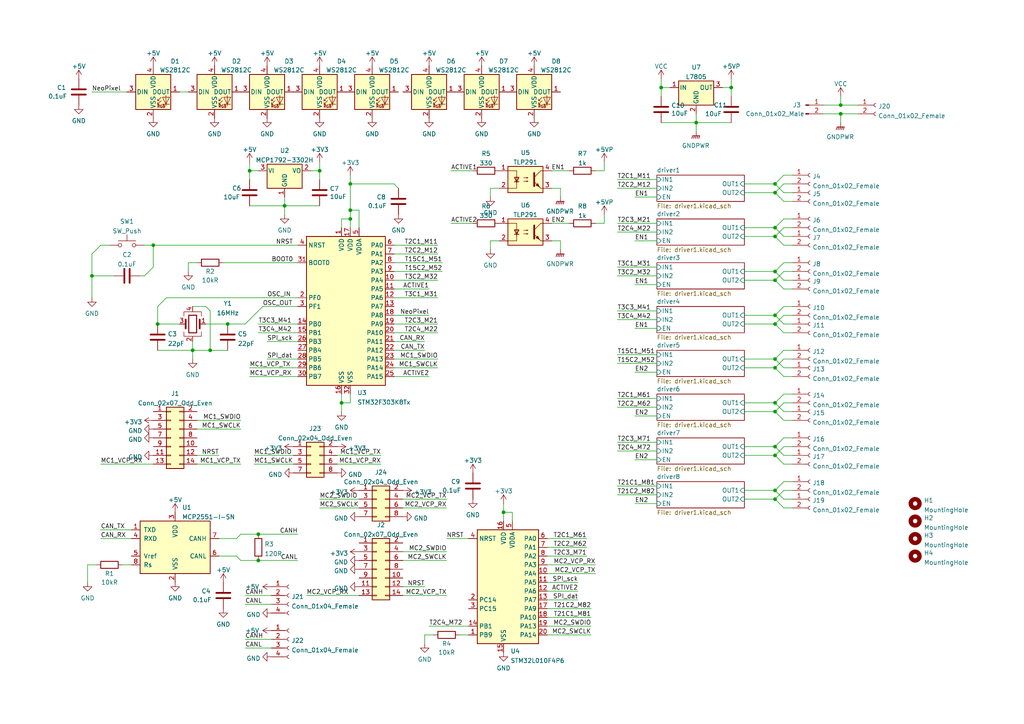
<source format=kicad_sch>
(kicad_sch (version 20211123) (generator eeschema)
  (paper "A4")
  (junction (at 101.6 60.96))
  (junction (at 224.79 104.14))
  (junction (at 224.79 106.68))
  (junction (at 82.55 59.69))
  (junction (at 101.6 63.5))
  (junction (at 224.79 119.38))
  (junction (at 45.72 93.98))
  (junction (at 224.79 91.44))
  (junction (at 60.96 101.6))
  (junction (at 224.79 78.74))
  (junction (at 74.93 162.56))
  (junction (at 243.84 30.48))
  (junction (at 92.71 49.53))
  (junction (at 191.77 25.4))
  (junction (at 44.45 71.12))
  (junction (at 101.6 53.34))
  (junction (at 224.79 144.78))
  (junction (at 201.93 35.56))
  (junction (at 66.04 93.98))
  (junction (at 224.79 53.34))
  (junction (at 212.09 25.4))
  (junction (at 224.79 66.04))
  (junction (at 26.67 80.01))
  (junction (at 99.06 116.84))
  (junction (at 224.79 116.84))
  (junction (at 224.79 68.58))
  (junction (at 74.93 154.94))
  (junction (at 55.88 101.6))
  (junction (at 72.39 49.53))
  (junction (at 224.79 55.88))
  (junction (at 224.79 93.98))
  (junction (at 224.79 142.24))
  (junction (at 146.05 148.59))
  (junction (at 224.79 129.54))
  (junction (at 243.84 33.02))
  (junction (at 224.79 132.08))
  (junction (at 224.79 81.28))
  (wire (pts (xy 227.33 76.2) (xy 224.79 78.74)))
  (wire (pts (xy 170.18 156.21) (xy 158.75 156.21)))
  (wire (pts (xy 229.87 109.22) (xy 227.33 109.22)))
  (wire (pts (xy 227.33 127) (xy 229.87 127)))
  (wire (pts (xy 227.33 116.84) (xy 224.79 119.38)))
  (wire (pts (xy 142.24 54.61) (xy 144.78 54.61)))
  (wire (pts (xy 101.6 53.34) (xy 101.6 60.96)))
  (wire (pts (xy 127 104.14) (xy 114.3 104.14)))
  (wire (pts (xy 124.46 91.44) (xy 114.3 91.44)))
  (wire (pts (xy 68.58 156.21) (xy 69.85 154.94)))
  (wire (pts (xy 55.88 88.9) (xy 59.69 88.9)))
  (wire (pts (xy 229.87 142.24) (xy 227.33 142.24)))
  (wire (pts (xy 167.64 171.45) (xy 158.75 171.45)))
  (wire (pts (xy 129.54 160.02) (xy 116.84 160.02)))
  (wire (pts (xy 243.84 35.56) (xy 243.84 33.02)))
  (wire (pts (xy 25.4 163.83) (xy 25.4 168.91)))
  (wire (pts (xy 72.39 109.22) (xy 86.36 109.22)))
  (wire (pts (xy 92.71 49.53) (xy 92.71 52.07)))
  (wire (pts (xy 227.33 96.52) (xy 224.79 93.98)))
  (wire (pts (xy 55.88 101.6) (xy 60.96 101.6)))
  (wire (pts (xy 101.6 50.8) (xy 101.6 53.34)))
  (wire (pts (xy 227.33 76.2) (xy 229.87 76.2)))
  (wire (pts (xy 74.93 93.98) (xy 86.36 93.98)))
  (wire (pts (xy 167.64 173.99) (xy 158.75 173.99)))
  (wire (pts (xy 162.56 69.85) (xy 160.02 69.85)))
  (wire (pts (xy 227.33 134.62) (xy 224.79 132.08)))
  (wire (pts (xy 201.93 35.56) (xy 201.93 38.1)))
  (wire (pts (xy 148.59 148.59) (xy 146.05 148.59)))
  (wire (pts (xy 63.5 161.29) (xy 68.58 161.29)))
  (wire (pts (xy 179.07 52.07) (xy 190.5 52.07)))
  (wire (pts (xy 101.6 53.34) (xy 114.3 53.34)))
  (wire (pts (xy 127 93.98) (xy 114.3 93.98)))
  (wire (pts (xy 101.6 60.96) (xy 104.14 60.96)))
  (wire (pts (xy 227.33 53.34) (xy 224.79 55.88)))
  (wire (pts (xy 229.87 83.82) (xy 227.33 83.82)))
  (wire (pts (xy 179.07 67.31) (xy 190.5 67.31)))
  (wire (pts (xy 128.27 76.2) (xy 114.3 76.2)))
  (wire (pts (xy 170.18 158.75) (xy 158.75 158.75)))
  (wire (pts (xy 227.33 101.6) (xy 229.87 101.6)))
  (wire (pts (xy 127 81.28) (xy 114.3 81.28)))
  (wire (pts (xy 162.56 57.15) (xy 162.56 54.61)))
  (wire (pts (xy 52.07 93.98) (xy 45.72 93.98)))
  (wire (pts (xy 41.91 71.12) (xy 44.45 71.12)))
  (wire (pts (xy 82.55 59.69) (xy 92.71 59.69)))
  (wire (pts (xy 227.33 114.3) (xy 224.79 116.84)))
  (wire (pts (xy 179.07 102.87) (xy 190.5 102.87)))
  (wire (pts (xy 229.87 68.58) (xy 227.33 68.58)))
  (wire (pts (xy 227.33 147.32) (xy 224.79 144.78)))
  (wire (pts (xy 92.71 147.32) (xy 104.14 147.32)))
  (wire (pts (xy 224.79 55.88) (xy 215.9 55.88)))
  (wire (pts (xy 229.87 71.12) (xy 227.33 71.12)))
  (wire (pts (xy 227.33 58.42) (xy 224.79 55.88)))
  (wire (pts (xy 31.75 71.12) (xy 29.21 71.12)))
  (wire (pts (xy 129.54 144.78) (xy 116.84 144.78)))
  (wire (pts (xy 162.56 54.61) (xy 160.02 54.61)))
  (wire (pts (xy 104.14 60.96) (xy 104.14 66.04)))
  (wire (pts (xy 33.02 80.01) (xy 26.67 80.01)))
  (wire (pts (xy 127 73.66) (xy 114.3 73.66)))
  (wire (pts (xy 86.36 88.9) (xy 76.2 88.9)))
  (wire (pts (xy 175.26 49.53) (xy 172.72 49.53)))
  (wire (pts (xy 212.09 22.86) (xy 212.09 25.4)))
  (wire (pts (xy 127 86.36) (xy 114.3 86.36)))
  (wire (pts (xy 60.96 101.6) (xy 66.04 101.6)))
  (wire (pts (xy 224.79 68.58) (xy 215.9 68.58)))
  (wire (pts (xy 69.85 134.62) (xy 57.15 134.62)))
  (wire (pts (xy 71.12 172.72) (xy 78.74 172.72)))
  (wire (pts (xy 227.33 121.92) (xy 224.79 119.38)))
  (wire (pts (xy 227.33 132.08) (xy 224.79 129.54)))
  (wire (pts (xy 59.69 88.9) (xy 60.96 90.17)))
  (wire (pts (xy 64.77 76.2) (xy 86.36 76.2)))
  (wire (pts (xy 71.12 93.98) (xy 76.2 88.9)))
  (wire (pts (xy 227.33 129.54) (xy 224.79 132.08)))
  (wire (pts (xy 227.33 127) (xy 224.79 129.54)))
  (wire (pts (xy 123.19 170.18) (xy 116.84 170.18)))
  (wire (pts (xy 224.79 104.14) (xy 215.9 104.14)))
  (wire (pts (xy 191.77 22.86) (xy 191.77 25.4)))
  (wire (pts (xy 88.9 172.72) (xy 104.14 172.72)))
  (wire (pts (xy 129.54 172.72) (xy 116.84 172.72)))
  (wire (pts (xy 73.66 134.62) (xy 85.09 134.62)))
  (wire (pts (xy 175.26 46.99) (xy 175.26 49.53)))
  (wire (pts (xy 224.79 129.54) (xy 215.9 129.54)))
  (wire (pts (xy 179.07 115.57) (xy 190.5 115.57)))
  (wire (pts (xy 194.31 25.4) (xy 191.77 25.4)))
  (wire (pts (xy 179.07 92.71) (xy 190.5 92.71)))
  (wire (pts (xy 74.93 49.53) (xy 72.39 49.53)))
  (wire (pts (xy 127 71.12) (xy 114.3 71.12)))
  (wire (pts (xy 179.07 64.77) (xy 190.5 64.77)))
  (wire (pts (xy 68.58 161.29) (xy 69.85 162.56)))
  (wire (pts (xy 45.72 88.9) (xy 45.72 93.98)))
  (wire (pts (xy 229.87 116.84) (xy 227.33 116.84)))
  (wire (pts (xy 229.87 66.04) (xy 227.33 66.04)))
  (wire (pts (xy 201.93 35.56) (xy 212.09 35.56)))
  (wire (pts (xy 184.15 107.95) (xy 190.5 107.95)))
  (wire (pts (xy 123.19 184.15) (xy 123.19 186.69)))
  (wire (pts (xy 55.88 99.06) (xy 55.88 101.6)))
  (wire (pts (xy 229.87 93.98) (xy 227.33 93.98)))
  (wire (pts (xy 172.72 166.37) (xy 158.75 166.37)))
  (wire (pts (xy 224.79 119.38) (xy 215.9 119.38)))
  (wire (pts (xy 175.26 62.23) (xy 175.26 64.77)))
  (wire (pts (xy 229.87 129.54) (xy 227.33 129.54)))
  (wire (pts (xy 110.49 132.08) (xy 97.79 132.08)))
  (wire (pts (xy 224.79 81.28) (xy 215.9 81.28)))
  (wire (pts (xy 227.33 139.7) (xy 224.79 142.24)))
  (wire (pts (xy 179.07 128.27) (xy 190.5 128.27)))
  (wire (pts (xy 229.87 91.44) (xy 227.33 91.44)))
  (wire (pts (xy 229.87 144.78) (xy 227.33 144.78)))
  (wire (pts (xy 54.61 76.2) (xy 54.61 78.74)))
  (wire (pts (xy 146.05 148.59) (xy 146.05 151.13)))
  (wire (pts (xy 71.12 187.96) (xy 78.74 187.96)))
  (wire (pts (xy 172.72 163.83) (xy 158.75 163.83)))
  (wire (pts (xy 129.54 162.56) (xy 116.84 162.56)))
  (wire (pts (xy 127 106.68) (xy 114.3 106.68)))
  (wire (pts (xy 130.81 64.77) (xy 137.16 64.77)))
  (wire (pts (xy 44.45 77.47) (xy 41.91 80.01)))
  (wire (pts (xy 99.06 116.84) (xy 101.6 116.84)))
  (wire (pts (xy 44.45 71.12) (xy 44.45 77.47)))
  (wire (pts (xy 69.85 121.92) (xy 57.15 121.92)))
  (wire (pts (xy 227.33 144.78) (xy 224.79 142.24)))
  (wire (pts (xy 224.79 106.68) (xy 215.9 106.68)))
  (wire (pts (xy 179.07 54.61) (xy 190.5 54.61)))
  (wire (pts (xy 229.87 121.92) (xy 227.33 121.92)))
  (wire (pts (xy 184.15 120.65) (xy 190.5 120.65)))
  (wire (pts (xy 224.79 53.34) (xy 215.9 53.34)))
  (wire (pts (xy 114.3 53.34) (xy 115.57 54.61)))
  (wire (pts (xy 148.59 151.13) (xy 148.59 148.59)))
  (wire (pts (xy 227.33 142.24) (xy 224.79 144.78)))
  (wire (pts (xy 170.18 161.29) (xy 158.75 161.29)))
  (wire (pts (xy 72.39 106.68) (xy 86.36 106.68)))
  (wire (pts (xy 229.87 134.62) (xy 227.33 134.62)))
  (wire (pts (xy 184.15 95.25) (xy 190.5 95.25)))
  (wire (pts (xy 184.15 146.05) (xy 190.5 146.05)))
  (wire (pts (xy 72.39 46.99) (xy 72.39 49.53)))
  (wire (pts (xy 229.87 132.08) (xy 227.33 132.08)))
  (wire (pts (xy 63.5 132.08) (xy 57.15 132.08)))
  (wire (pts (xy 227.33 109.22) (xy 224.79 106.68)))
  (wire (pts (xy 45.72 101.6) (xy 55.88 101.6)))
  (wire (pts (xy 227.33 106.68) (xy 224.79 104.14)))
  (wire (pts (xy 74.93 154.94) (xy 86.36 154.94)))
  (wire (pts (xy 101.6 116.84) (xy 101.6 114.3)))
  (wire (pts (xy 54.61 26.67) (xy 52.07 26.67)))
  (wire (pts (xy 224.79 142.24) (xy 215.9 142.24)))
  (wire (pts (xy 57.15 76.2) (xy 54.61 76.2)))
  (wire (pts (xy 29.21 156.21) (xy 38.1 156.21)))
  (wire (pts (xy 27.94 163.83) (xy 25.4 163.83)))
  (wire (pts (xy 179.07 80.01) (xy 190.5 80.01)))
  (wire (pts (xy 179.07 140.97) (xy 190.5 140.97)))
  (wire (pts (xy 29.21 134.62) (xy 44.45 134.62)))
  (wire (pts (xy 71.12 175.26) (xy 78.74 175.26)))
  (wire (pts (xy 59.69 93.98) (xy 66.04 93.98)))
  (wire (pts (xy 227.33 55.88) (xy 224.79 53.34)))
  (wire (pts (xy 44.45 71.12) (xy 86.36 71.12)))
  (wire (pts (xy 69.85 124.46) (xy 57.15 124.46)))
  (wire (pts (xy 229.87 119.38) (xy 227.33 119.38)))
  (wire (pts (xy 165.1 64.77) (xy 160.02 64.77)))
  (wire (pts (xy 72.39 59.69) (xy 82.55 59.69)))
  (wire (pts (xy 129.54 156.21) (xy 135.89 156.21)))
  (wire (pts (xy 227.33 88.9) (xy 229.87 88.9)))
  (wire (pts (xy 227.33 104.14) (xy 224.79 106.68)))
  (wire (pts (xy 243.84 33.02) (xy 248.92 33.02)))
  (wire (pts (xy 99.06 63.5) (xy 101.6 63.5)))
  (wire (pts (xy 26.67 80.01) (xy 26.67 86.36)))
  (wire (pts (xy 26.67 26.67) (xy 36.83 26.67)))
  (wire (pts (xy 38.1 163.83) (xy 35.56 163.83)))
  (wire (pts (xy 171.45 184.15) (xy 158.75 184.15)))
  (wire (pts (xy 224.79 132.08) (xy 215.9 132.08)))
  (wire (pts (xy 227.33 91.44) (xy 224.79 93.98)))
  (wire (pts (xy 82.55 59.69) (xy 82.55 62.23)))
  (wire (pts (xy 130.81 49.53) (xy 137.16 49.53)))
  (wire (pts (xy 179.07 105.41) (xy 190.5 105.41)))
  (wire (pts (xy 224.79 93.98) (xy 215.9 93.98)))
  (wire (pts (xy 129.54 147.32) (xy 116.84 147.32)))
  (wire (pts (xy 71.12 185.42) (xy 78.74 185.42)))
  (wire (pts (xy 229.87 81.28) (xy 227.33 81.28)))
  (wire (pts (xy 201.93 33.02) (xy 201.93 35.56)))
  (wire (pts (xy 74.93 162.56) (xy 86.36 162.56)))
  (wire (pts (xy 179.07 90.17) (xy 190.5 90.17)))
  (wire (pts (xy 127 96.52) (xy 114.3 96.52)))
  (wire (pts (xy 229.87 78.74) (xy 227.33 78.74)))
  (wire (pts (xy 184.15 57.15) (xy 190.5 57.15)))
  (wire (pts (xy 227.33 66.04) (xy 224.79 68.58)))
  (wire (pts (xy 184.15 82.55) (xy 190.5 82.55)))
  (wire (pts (xy 224.79 144.78) (xy 215.9 144.78)))
  (wire (pts (xy 60.96 90.17) (xy 60.96 101.6)))
  (wire (pts (xy 224.79 91.44) (xy 215.9 91.44)))
  (wire (pts (xy 179.07 143.51) (xy 190.5 143.51)))
  (wire (pts (xy 124.46 109.22) (xy 114.3 109.22)))
  (wire (pts (xy 123.19 101.6) (xy 114.3 101.6)))
  (wire (pts (xy 48.26 86.36) (xy 86.36 86.36)))
  (wire (pts (xy 77.47 104.14) (xy 86.36 104.14)))
  (wire (pts (xy 229.87 147.32) (xy 227.33 147.32)))
  (wire (pts (xy 179.07 77.47) (xy 190.5 77.47)))
  (wire (pts (xy 99.06 116.84) (xy 99.06 119.38)))
  (wire (pts (xy 146.05 146.05) (xy 146.05 148.59)))
  (wire (pts (xy 227.33 139.7) (xy 229.87 139.7)))
  (wire (pts (xy 101.6 63.5) (xy 101.6 66.04)))
  (wire (pts (xy 99.06 66.04) (xy 99.06 63.5)))
  (wire (pts (xy 229.87 104.14) (xy 227.33 104.14)))
  (wire (pts (xy 238.76 30.48) (xy 243.84 30.48)))
  (wire (pts (xy 227.33 114.3) (xy 229.87 114.3)))
  (wire (pts (xy 229.87 106.68) (xy 227.33 106.68)))
  (wire (pts (xy 123.19 99.06) (xy 114.3 99.06)))
  (wire (pts (xy 165.1 49.53) (xy 160.02 49.53)))
  (wire (pts (xy 29.21 71.12) (xy 26.67 73.66)))
  (wire (pts (xy 229.87 55.88) (xy 227.33 55.88)))
  (wire (pts (xy 229.87 53.34) (xy 227.33 53.34)))
  (wire (pts (xy 224.79 78.74) (xy 215.9 78.74)))
  (wire (pts (xy 69.85 154.94) (xy 74.93 154.94)))
  (wire (pts (xy 72.39 49.53) (xy 72.39 52.07)))
  (wire (pts (xy 48.26 86.36) (xy 45.72 88.9)))
  (wire (pts (xy 124.46 181.61) (xy 135.89 181.61)))
  (wire (pts (xy 175.26 64.77) (xy 172.72 64.77)))
  (wire (pts (xy 227.33 119.38) (xy 224.79 116.84)))
  (wire (pts (xy 191.77 35.56) (xy 201.93 35.56)))
  (wire (pts (xy 224.79 116.84) (xy 215.9 116.84)))
  (wire (pts (xy 125.73 184.15) (xy 123.19 184.15)))
  (wire (pts (xy 243.84 27.94) (xy 243.84 30.48)))
  (wire (pts (xy 171.45 181.61) (xy 158.75 181.61)))
  (wire (pts (xy 227.33 78.74) (xy 224.79 81.28)))
  (wire (pts (xy 238.76 33.02) (xy 243.84 33.02)))
  (wire (pts (xy 92.71 144.78) (xy 104.14 144.78)))
  (wire (pts (xy 179.07 130.81) (xy 190.5 130.81)))
  (wire (pts (xy 29.21 153.67) (xy 38.1 153.67)))
  (wire (pts (xy 92.71 46.99) (xy 92.71 49.53)))
  (wire (pts (xy 26.67 73.66) (xy 26.67 80.01)))
  (wire (pts (xy 227.33 93.98) (xy 224.79 91.44)))
  (wire (pts (xy 77.47 99.06) (xy 86.36 99.06)))
  (wire (pts (xy 69.85 162.56) (xy 74.93 162.56)))
  (wire (pts (xy 63.5 156.21) (xy 68.58 156.21)))
  (wire (pts (xy 55.88 101.6) (xy 55.88 104.14)))
  (wire (pts (xy 133.35 184.15) (xy 135.89 184.15)))
  (wire (pts (xy 184.15 133.35) (xy 190.5 133.35)))
  (wire (pts (xy 229.87 58.42) (xy 227.33 58.42)))
  (wire (pts (xy 227.33 83.82) (xy 224.79 81.28)))
  (wire (pts (xy 171.45 176.53) (xy 158.75 176.53)))
  (wire (pts (xy 162.56 72.39) (xy 162.56 69.85)))
  (wire (pts (xy 73.66 132.08) (xy 85.09 132.08)))
  (wire (pts (xy 229.87 96.52) (xy 227.33 96.52)))
  (wire (pts (xy 227.33 81.28) (xy 224.79 78.74)))
  (wire (pts (xy 41.91 80.01) (xy 40.64 80.01)))
  (wire (pts (xy 227.33 71.12) (xy 224.79 68.58)))
  (wire (pts (xy 142.24 72.39) (xy 142.24 69.85)))
  (wire (pts (xy 212.09 25.4) (xy 212.09 27.94)))
  (wire (pts (xy 101.6 60.96) (xy 101.6 63.5)))
  (wire (pts (xy 74.93 96.52) (xy 86.36 96.52)))
  (wire (pts (xy 191.77 25.4) (xy 191.77 27.94)))
  (wire (pts (xy 171.45 179.07) (xy 158.75 179.07)))
  (wire (pts (xy 212.09 25.4) (xy 209.55 25.4)))
  (wire (pts (xy 243.84 30.48) (xy 248.92 30.48)))
  (wire (pts (xy 227.33 88.9) (xy 224.79 91.44)))
  (wire (pts (xy 142.24 57.15) (xy 142.24 54.61)))
  (wire (pts (xy 82.55 57.15) (xy 82.55 59.69)))
  (wire (pts (xy 227.33 68.58) (xy 224.79 66.04)))
  (wire (pts (xy 142.24 69.85) (xy 144.78 69.85)))
  (wire (pts (xy 90.17 49.53) (xy 92.71 49.53)))
  (wire (pts (xy 128.27 78.74) (xy 114.3 78.74)))
  (wire (pts (xy 184.15 69.85) (xy 190.5 69.85)))
  (wire (pts (xy 224.79 66.04) (xy 215.9 66.04)))
  (wire (pts (xy 227.33 50.8) (xy 224.79 53.34)))
  (wire (pts (xy 227.33 63.5) (xy 224.79 66.04)))
  (wire (pts (xy 110.49 134.62) (xy 97.79 134.62)))
  (wire (pts (xy 227.33 50.8) (xy 229.87 50.8)))
  (wire (pts (xy 167.64 168.91) (xy 158.75 168.91)))
  (wire (pts (xy 71.12 93.98) (xy 66.04 93.98)))
  (wire (pts (xy 227.33 101.6) (xy 224.79 104.14)))
  (wire (pts (xy 124.46 83.82) (xy 114.3 83.82)))
  (wire (pts (xy 99.06 114.3) (xy 99.06 116.84)))
  (wire (pts (xy 179.07 118.11) (xy 190.5 118.11)))
  (wire (pts (xy 227.33 63.5) (xy 229.87 63.5)))
  (label "MC2_SWDIO" (at 129.54 160.02 180))
  (label "CANH" (at 71.12 185.42 0))
  (label "T2C4_M72" (at 124.46 181.61 0))
  (label "MC2_SWCLK" (at 171.45 184.15 180))
  (label "T2C2_M62" (at 170.18 158.75 180))
  (label "NRST" (at 63.5 132.08 180))
  (label "T15C1_M51" (at 179.07 102.87 0))
  (label "ACTIVE2" (at 124.46 109.22 180))
  (label "EN2" (at 163.83 64.77 180))
  (label "SPI_sck" (at 167.64 168.91 180))
  (label "EN1" (at 163.83 49.53 180))
  (label "T2C3_M71" (at 179.07 128.27 0))
  (label "T2C1_M61" (at 179.07 115.57 0))
  (label "SPI_sck" (at 77.47 99.06 0))
  (label "NRST" (at 123.19 170.18 180))
  (label "EN1" (at 184.15 57.15 0))
  (label "MC1_SWDIO" (at 69.85 121.92 180))
  (label "CANH" (at 71.12 172.72 0))
  (label "MC2_VCP_TX" (at 129.54 172.72 180))
  (label "EN2" (at 184.15 133.35 0))
  (label "NRST" (at 80.01 71.12 0))
  (label "ACTIVE2" (at 167.64 171.45 180))
  (label "CAN_RX" (at 123.19 99.06 180))
  (label "T21C1_M81" (at 179.07 140.97 0))
  (label "T2C2_M12" (at 179.07 54.61 0))
  (label "EN1" (at 184.15 95.25 0))
  (label "T3C4_M42" (at 74.93 96.52 0))
  (label "ACTIVE1" (at 130.81 49.53 0))
  (label "SPI_dat" (at 167.64 173.99 180))
  (label "ACTIVE2" (at 130.81 64.77 0))
  (label "T3C2_M32" (at 179.07 80.01 0))
  (label "T2C2_M62" (at 179.07 118.11 0))
  (label "T3C2_M32" (at 127 81.28 180))
  (label "T3C4_M42" (at 179.07 92.71 0))
  (label "NeoPixel" (at 124.46 91.44 180))
  (label "MC2_SWDIO" (at 171.45 181.61 180))
  (label "MC2_VCP_RX" (at 129.54 147.32 180))
  (label "NRST" (at 129.54 156.21 0))
  (label "MC1_VCP_TX" (at 69.85 134.62 180))
  (label "EN2" (at 184.15 146.05 0))
  (label "T3C3_M41" (at 179.07 90.17 0))
  (label "T21C2_M82" (at 179.07 143.51 0))
  (label "CANL" (at 86.36 162.56 180))
  (label "T2C3_M21" (at 179.07 64.77 0))
  (label "T2C2_M12" (at 127 73.66 180))
  (label "MC2_VCP_TX" (at 172.72 166.37 180))
  (label "MC2_SWCLK" (at 129.54 162.56 180))
  (label "EN1" (at 184.15 69.85 0))
  (label "MC2_SWDIO" (at 92.71 144.78 0))
  (label "MC2_VCP_RX" (at 88.9 172.72 0))
  (label "CANH" (at 86.36 154.94 180))
  (label "T3C1_M31" (at 179.07 77.47 0))
  (label "MC1_VCP_TX" (at 72.39 106.68 0))
  (label "MC1_SWCLK" (at 69.85 124.46 180))
  (label "EN1" (at 184.15 82.55 0))
  (label "ACTIVE1" (at 124.46 83.82 180))
  (label "MC1_SWCLK" (at 73.66 134.62 0))
  (label "MC2_VCP_TX" (at 129.54 144.78 180))
  (label "T21C2_M82" (at 171.45 176.53 180))
  (label "CANL" (at 71.12 187.96 0))
  (label "T2C4_M22" (at 179.07 67.31 0))
  (label "T21C1_M81" (at 171.45 179.07 180))
  (label "T2C1_M11" (at 179.07 52.07 0))
  (label "CAN_TX" (at 29.21 153.67 0))
  (label "T2C4_M22" (at 127 96.52 180))
  (label "MC2_SWCLK" (at 92.71 147.32 0))
  (label "T2C1_M11" (at 127 71.12 180))
  (label "CAN_RX" (at 29.21 156.21 0))
  (label "MC1_VCP_RX" (at 29.21 134.62 0))
  (label "T2C3_M21" (at 127 93.98 180))
  (label "T2C3_M71" (at 170.18 161.29 180))
  (label "OSC_IN" (at 77.47 86.36 0))
  (label "T15C2_M52" (at 128.27 78.74 180))
  (label "OSC_OUT" (at 76.2 88.9 0))
  (label "EN2" (at 184.15 107.95 0))
  (label "SPI_dat" (at 77.47 104.14 0))
  (label "BOOT0" (at 78.74 76.2 0))
  (label "MC2_VCP_RX" (at 172.72 163.83 180))
  (label "T15C2_M52" (at 179.07 105.41 0))
  (label "MC1_VCP_TX" (at 110.49 132.08 180))
  (label "MC1_SWCLK" (at 127 106.68 180))
  (label "EN2" (at 184.15 120.65 0))
  (label "CAN_TX" (at 123.19 101.6 180))
  (label "T3C1_M31" (at 127 86.36 180))
  (label "NeoPixel" (at 26.67 26.67 0))
  (label "T2C1_M61" (at 170.18 156.21 180))
  (label "T3C3_M41" (at 74.93 93.98 0))
  (label "MC1_SWDIO" (at 73.66 132.08 0))
  (label "MC1_VCP_RX" (at 72.39 109.22 0))
  (label "T2C4_M72" (at 179.07 130.81 0))
  (label "T15C1_M51" (at 128.27 76.2 180))
  (label "MC1_SWDIO" (at 127 104.14 180))
  (label "MC1_VCP_RX" (at 110.49 134.62 180))
  (label "CANL" (at 71.12 175.26 0))
  (symbol (lib_id "power:VCC") (at 191.77 22.86 0) (unit 1)
    (property "Reference" "#PWR052" (effects hide))
    (property "Value" "VCC" (at 191.77 19.2555 0))
  )
  (symbol (lib_id "power:+5V") (at 72.39 46.99 0) (unit 1)
    (property "Reference" "#PWR019" (effects hide))
    (property "Value" "+5V" (at 72.39 43.3855 0))
  )
  (symbol (lib_id "Connector:Conn_01x04_Female") (at 83.82 185.42 0) (unit 1)
    (property "Reference" "J22" (at 84.5312 185.7815 0) (effects (justify left)))
    (property "Value" "Conn_01x04_Female" (at 84.5312 188.5566 0) (effects (justify left)))
    (property "Footprint" "Connector_JST:JST_XA_S04B-XASK-1_1x04_P2.50mm_Horizontal" (effects hide))
  )
  (symbol (lib_id "Connector:Conn_01x02_Female") (at 254 30.48 0) (unit 1)
    (property "Reference" "J20" (at 254.7112 30.8415 0) (effects (justify left)))
    (property "Value" "Conn_01x02_Female" (at 254.7112 33.6166 0) (effects (justify left)))
    (property "Footprint" "Connector_T_connector:T_connecter_female_horizontal" (effects hide))
  )
  (symbol (lib_id "power:+3.3V") (at 104.14 142.24 90) (unit 1)
    (property "Reference" "#PWR0161" (effects hide))
    (property "Value" "+3.3V" (at 100.965 142.719 90) (effects (justify left)))
  )
  (symbol (lib_id "power:+5V") (at 107.95 19.05 0) (unit 1)
    (property "Reference" "#PWR032" (effects hide))
    (property "Value" "+5V" (at 107.95 15.4455 0))
  )
  (symbol (lib_id "LED_additional:WS2812C") (at 77.47 26.67 0) (unit 1)
    (property "Reference" "D3" (at 83.82 17.78 0))
    (property "Value" "WS2812C" (at 83.82 20.32 0))
    (property "Footprint" "LED_additional:LED_2020Metric_WS2812C_2.0x2.0mm_P1.0mm" (effects hide))
    (property "Datasheet" "https://cdn-shop.adafruit.com/datasheets/WS2812B.pdf" (effects hide))
  )
  (symbol (lib_id "Connector:Conn_01x02_Female") (at 234.95 76.2 0) (unit 1)
    (property "Reference" "J8" (at 235.6612 76.5615 0) (effects (justify left)))
    (property "Value" "Conn_01x02_Female" (at 235.6612 79.3366 0) (effects (justify left)))
    (property "Footprint" "Connector_T_connector:T_connecter_female_horizontal" (effects hide))
  )
  (symbol (lib_id "power:GND") (at 107.95 34.29 0) (unit 1)
    (property "Reference" "#PWR033" (effects hide))
    (property "Value" "GND" (at 107.95 38.8525 0))
  )
  (symbol (lib_id "Device:R") (at 168.91 64.77 90) (unit 1)
    (property "Reference" "R8" (at 168.91 59.7875 90))
    (property "Value" "1k" (at 168.91 62.5626 90))
    (property "Footprint" "Resistor_SMD:R_0603_1608Metric" (effects hide))
  )
  (symbol (lib_id "power:+3.3V") (at 104.14 160.02 90) (unit 1)
    (property "Reference" "#PWR028" (effects hide))
    (property "Value" "+3.3V" (at 100.965 160.499 90) (effects (justify left)))
  )
  (symbol (lib_id "power:GND") (at 99.06 119.38 0) (unit 1)
    (property "Reference" "#PWR026" (effects hide))
    (property "Value" "GND" (at 99.06 123.9425 0))
  )
  (symbol (lib_id "Mechanical:MountingHole") (at 265.43 156.21 0) (unit 1)
    (property "Reference" "H3" (at 267.97 155.3015 0) (effects (justify left)))
    (property "Value" "MountingHole" (at 267.97 158.0766 0) (effects (justify left)))
    (property "Footprint" "MountingHole:MountingHole_3.2mm_M3_Pad_Via" (effects hide))
  )
  (symbol (lib_id "Connector:Conn_01x02_Female") (at 234.95 106.68 0) (unit 1)
    (property "Reference" "J13" (at 235.6612 107.0415 0) (effects (justify left)))
    (property "Value" "Conn_01x02_Female" (at 235.6612 109.8166 0) (effects (justify left)))
    (property "Footprint" "Connector_JST:JST_XA_S02B-XASK-1_1x02_P2.50mm_Horizontal" (effects hide))
  )
  (symbol (lib_id "power:+3.3V") (at 44.45 121.92 90) (unit 1)
    (property "Reference" "#PWR07" (effects hide))
    (property "Value" "+3.3V" (at 41.275 122.399 90) (effects (justify left)))
  )
  (symbol (lib_id "Connector:Conn_01x02_Female") (at 234.95 114.3 0) (unit 1)
    (property "Reference" "J14" (at 235.6612 114.6615 0) (effects (justify left)))
    (property "Value" "Conn_01x02_Female" (at 235.6612 117.4366 0) (effects (justify left)))
    (property "Footprint" "Connector_T_connector:T_connecter_female_horizontal" (effects hide))
  )
  (symbol (lib_id "Device:C") (at 45.72 97.79 0) (unit 1)
    (property "Reference" "C3" (at 48.641 96.8815 0) (effects (justify left)))
    (property "Value" "22pF" (at 48.641 99.6566 0) (effects (justify left)))
    (property "Footprint" "Capacitor_SMD:C_0603_1608Metric" (effects hide))
  )
  (symbol (lib_id "Device:R") (at 74.93 158.75 0) (unit 1)
    (property "Reference" "R3" (at 76.708 157.8415 0) (effects (justify left)))
    (property "Value" "120R" (at 76.708 160.6166 0) (effects (justify left)))
    (property "Footprint" "Resistor_SMD:R_0603_1608Metric" (effects hide))
  )
  (symbol (lib_id "power:GND") (at 104.14 170.18 270) (unit 1)
    (property "Reference" "#PWR031" (effects hide))
    (property "Value" "GND" (at 100.9651 170.659 90) (effects (justify right)))
  )
  (symbol (lib_id "Device:R") (at 140.97 49.53 90) (unit 1)
    (property "Reference" "R5" (at 140.97 44.5475 90))
    (property "Value" "330" (at 140.97 47.3226 90))
    (property "Footprint" "Resistor_SMD:R_0603_1608Metric" (effects hide))
  )
  (symbol (lib_id "power:GND") (at 22.86 30.48 0) (unit 1)
    (property "Reference" "#PWR02" (effects hide))
    (property "Value" "GND" (at 22.86 35.0425 0))
  )
  (symbol (lib_id "Connector_Generic:Conn_02x04_Odd_Even") (at 90.17 132.08 0) (unit 1)
    (property "Reference" "J23" (at 91.44 124.3035 0))
    (property "Value" "Conn_02x04_Odd_Even" (at 91.44 127.0786 0))
    (property "Footprint" "Connector_PinHeader_2.54mm:PinHeader_2x04_P2.54mm_Vertical" (effects hide))
  )
  (symbol (lib_id "power:GND") (at 62.23 34.29 0) (unit 1)
    (property "Reference" "#PWR016" (effects hide))
    (property "Value" "GND" (at 62.23 38.8525 0))
  )
  (symbol (lib_id "MCU_ST_STM32L0:STM32L011F4Px") (at 148.59 168.91 0) (unit 1)
    (property "Reference" "U4" (at 148.0694 188.8395 0) (effects (justify left)))
    (property "Value" "STM32L010F4P6" (at 148.0694 191.6146 0) (effects (justify left)))
    (property "Footprint" "Package_SO:TSSOP-20_4.4x6.5mm_P0.65mm" (effects hide))
    (property "Datasheet" "http://www.st.com/st-web-ui/static/active/en/resource/technical/document/datasheet/DM00206508.pdf" (effects hide))
  )
  (symbol (lib_id "power:+5V") (at 44.45 19.05 0) (unit 1)
    (property "Reference" "#PWR05" (effects hide))
    (property "Value" "+5V" (at 44.45 15.4455 0))
  )
  (symbol (lib_id "power:+5V") (at 154.94 19.05 0) (unit 1)
    (property "Reference" "#PWR046" (effects hide))
    (property "Value" "+5V" (at 154.94 15.4455 0))
  )
  (symbol (lib_id "power:GND") (at 44.45 127 270) (unit 1)
    (property "Reference" "#PWR09" (effects hide))
    (property "Value" "GND" (at 41.2751 127.479 90) (effects (justify right)))
  )
  (symbol (lib_id "power:GND") (at 97.79 137.16 90) (unit 1)
    (property "Reference" "#PWR0160" (effects hide))
    (property "Value" "GND" (at 100.965 137.639 90) (effects (justify right)))
  )
  (symbol (lib_id "power:GND") (at 123.19 186.69 0) (unit 1)
    (property "Reference" "#PWR035" (effects hide))
    (property "Value" "GND" (at 123.19 191.2525 0))
  )
  (symbol (lib_id "power:+5V") (at 64.77 168.91 0) (unit 1)
    (property "Reference" "#PWR017" (effects hide))
    (property "Value" "+5V" (at 64.77 165.3055 0))
  )
  (symbol (lib_id "Regulator_Linear:MCP1700-3302E_SOT23") (at 82.55 49.53 0) (unit 1)
    (property "Reference" "U2" (at 82.55 43.6585 0))
    (property "Value" "MCP1792-3302H" (at 82.55 46.4336 0))
    (property "Footprint" "Package_TO_SOT_SMD:SOT-23" (effects hide))
    (property "Datasheet" "http://ww1.microchip.com/downloads/en/DeviceDoc/20001826D.pdf" (effects hide))
  )
  (symbol (lib_id "LED_additional:WS2812C") (at 124.46 26.67 0) (unit 1)
    (property "Reference" "D6" (at 130.81 17.78 0))
    (property "Value" "WS2812C" (at 130.81 20.32 0))
    (property "Footprint" "LED_additional:LED_2020Metric_WS2812C_2.0x2.0mm_P1.0mm" (effects hide))
    (property "Datasheet" "https://cdn-shop.adafruit.com/datasheets/WS2812B.pdf" (effects hide))
  )
  (symbol (lib_id "Mechanical:MountingHole") (at 265.43 151.13 0) (unit 1)
    (property "Reference" "H2" (at 267.97 150.2215 0) (effects (justify left)))
    (property "Value" "MountingHole" (at 267.97 152.9966 0) (effects (justify left)))
    (property "Footprint" "MountingHole:MountingHole_3.2mm_M3_Pad_Via" (effects hide))
  )
  (symbol (lib_id "Mechanical:MountingHole") (at 265.43 161.29 0) (unit 1)
    (property "Reference" "H4" (at 267.97 160.3815 0) (effects (justify left)))
    (property "Value" "MountingHole" (at 267.97 163.1566 0) (effects (justify left)))
    (property "Footprint" "MountingHole:MountingHole_3.2mm_M3_Pad_Via" (effects hide))
  )
  (symbol (lib_id "power:GNDPWR") (at 201.93 38.1 0) (unit 1)
    (property "Reference" "#PWR053" (effects hide))
    (property "Value" "GNDPWR" (at 201.803 42.2561 0))
  )
  (symbol (lib_id "power:+5VP") (at 175.26 62.23 0) (unit 1)
    (property "Reference" "#PWR051" (effects hide))
    (property "Value" "+5VP" (at 175.26 58.6255 0))
  )
  (symbol (lib_id "Connector:Conn_01x02_Female") (at 234.95 144.78 0) (unit 1)
    (property "Reference" "J19" (at 235.6612 145.1415 0) (effects (justify left)))
    (property "Value" "Conn_01x02_Female" (at 235.6612 147.9166 0) (effects (justify left)))
    (property "Footprint" "Connector_JST:JST_XA_S02B-XASK-1_1x02_P2.50mm_Horizontal" (effects hide))
  )
  (symbol (lib_id "Connector:Conn_01x02_Female") (at 234.95 50.8 0) (unit 1)
    (property "Reference" "J4" (at 235.6612 51.1615 0) (effects (justify left)))
    (property "Value" "Conn_01x02_Female" (at 235.6612 53.9366 0) (effects (justify left)))
    (property "Footprint" "Connector_T_connector:T_connecter_female_horizontal" (effects hide))
  )
  (symbol (lib_id "Switch:SW_Push") (at 36.83 71.12 0) (unit 1)
    (property "Reference" "SW1" (at 36.83 64.2325 0))
    (property "Value" "SW_Push" (at 36.83 67.0076 0))
    (property "Footprint" "Button_Switch_additional:TVAF06-A020B-R" (effects hide))
  )
  (symbol (lib_id "Connector:Conn_01x02_Male") (at 233.68 30.48 0) (unit 1)
    (property "Reference" "J3" (at 231.14 30.48 0))
    (property "Value" "Conn_01x02_Male" (at 224.79 33.02 0))
    (property "Footprint" "Connector_T_connector:T_connecter_male_horizontal" (effects hide))
  )
  (symbol (lib_id "Connector:Conn_01x02_Female") (at 234.95 101.6 0) (unit 1)
    (property "Reference" "J12" (at 235.6612 101.9615 0) (effects (justify left)))
    (property "Value" "Conn_01x02_Female" (at 235.6612 104.7366 0) (effects (justify left)))
    (property "Footprint" "Connector_T_connector:T_connecter_female_horizontal" (effects hide))
  )
  (symbol (lib_id "MCU_ST_STM32F3:STM32F303K8Tx") (at 101.6 88.9 0) (unit 1)
    (property "Reference" "U3" (at 103.6194 113.9095 0) (effects (justify left)))
    (property "Value" "STM32F303K8Tx" (at 103.6194 116.6846 0) (effects (justify left)))
    (property "Footprint" "Package_QFP:LQFP-32_7x7mm_P0.8mm" (effects hide))
    (property "Datasheet" "http://www.st.com/st-web-ui/static/active/en/resource/technical/document/datasheet/DM00092070.pdf" (effects hide))
  )
  (symbol (lib_id "Device:C") (at 64.77 172.72 0) (unit 1)
    (property "Reference" "C4" (at 58.42 171.45 0) (effects (justify left)))
    (property "Value" "0.1uF" (at 55.88 173.99 0) (effects (justify left)))
    (property "Footprint" "Capacitor_SMD:C_0603_1608Metric" (effects hide))
  )
  (symbol (lib_id "Device:C") (at 212.09 31.75 0) (unit 1)
    (property "Reference" "C11" (at 207.01 30.48 0) (effects (justify left)))
    (property "Value" "10uF" (at 204.47 33.02 0) (effects (justify left)))
    (property "Footprint" "Capacitor_SMD:C_0805_2012Metric" (effects hide))
  )
  (symbol (lib_id "power:+5V") (at 77.47 19.05 0) (unit 1)
    (property "Reference" "#PWR020" (effects hide))
    (property "Value" "+5V" (at 77.47 15.4455 0))
  )
  (symbol (lib_id "Device:C") (at 137.16 140.97 0) (unit 1)
    (property "Reference" "C9" (at 130.81 139.7 0) (effects (justify left)))
    (property "Value" "0.1uF" (at 128.27 142.24 0) (effects (justify left)))
    (property "Footprint" "Capacitor_SMD:C_0603_1608Metric" (effects hide))
  )
  (symbol (lib_id "power:GND") (at 50.8 168.91 0) (unit 1)
    (property "Reference" "#PWR012" (effects hide))
    (property "Value" "GND" (at 50.8 173.4725 0))
  )
  (symbol (lib_id "power:+5VP") (at 212.09 22.86 0) (unit 1)
    (property "Reference" "#PWR054" (effects hide))
    (property "Value" "+5VP" (at 212.09 19.2555 0))
  )
  (symbol (lib_id "power:GND") (at 26.67 86.36 0) (unit 1)
    (property "Reference" "#PWR04" (effects hide))
    (property "Value" "GND" (at 26.67 90.9225 0))
  )
  (symbol (lib_id "power:GND") (at 139.7 34.29 0) (unit 1)
    (property "Reference" "#PWR041" (effects hide))
    (property "Value" "GND" (at 139.7 38.8525 0))
  )
  (symbol (lib_id "power:GND") (at 146.05 189.23 0) (unit 1)
    (property "Reference" "#PWR045" (effects hide))
    (property "Value" "GND" (at 146.05 193.7925 0))
  )
  (symbol (lib_id "Connector:Conn_01x02_Female") (at 234.95 127 0) (unit 1)
    (property "Reference" "J16" (at 235.6612 127.3615 0) (effects (justify left)))
    (property "Value" "Conn_01x02_Female" (at 235.6612 130.1366 0) (effects (justify left)))
    (property "Footprint" "Connector_T_connector:T_connecter_female_horizontal" (effects hide))
  )
  (symbol (lib_id "Device:C") (at 72.39 55.88 0) (unit 1)
    (property "Reference" "C6" (at 67.31 54.61 0) (effects (justify left)))
    (property "Value" "10uF" (at 64.77 57.15 0) (effects (justify left)))
    (property "Footprint" "Capacitor_SMD:C_0805_2012Metric" (effects hide))
  )
  (symbol (lib_id "Connector:Conn_01x02_Female") (at 234.95 88.9 0) (unit 1)
    (property "Reference" "J10" (at 235.6612 89.2615 0) (effects (justify left)))
    (property "Value" "Conn_01x02_Female" (at 235.6612 92.0366 0) (effects (justify left)))
    (property "Footprint" "Connector_T_connector:T_connecter_female_horizontal" (effects hide))
  )
  (symbol (lib_id "power:+3.3V") (at 137.16 137.16 0) (unit 1)
    (property "Reference" "#PWR038" (effects hide))
    (property "Value" "+3.3V" (at 137.16 133.5555 0))
  )
  (symbol (lib_id "Connector:Conn_01x02_Female") (at 234.95 132.08 0) (unit 1)
    (property "Reference" "J17" (at 235.6612 132.4415 0) (effects (justify left)))
    (property "Value" "Conn_01x02_Female" (at 235.6612 135.2166 0) (effects (justify left)))
    (property "Footprint" "Connector_JST:JST_XA_S02B-XASK-1_1x02_P2.50mm_Horizontal" (effects hide))
  )
  (symbol (lib_id "power:GND") (at 85.09 137.16 270) (unit 1)
    (property "Reference" "#PWR0158" (effects hide))
    (property "Value" "GND" (at 81.9151 137.639 90) (effects (justify right)))
  )
  (symbol (lib_id "Connector:Conn_01x04_Female") (at 83.82 172.72 0) (unit 1)
    (property "Reference" "J21" (at 84.5312 173.0815 0) (effects (justify left)))
    (property "Value" "Conn_01x04_Female" (at 84.5312 175.8566 0) (effects (justify left)))
    (property "Footprint" "Connector_JST:JST_XA_S04B-XASK-1_1x04_P2.50mm_Horizontal" (effects hide))
  )
  (symbol (lib_id "power:GNDPWR") (at 162.56 57.15 0) (unit 1)
    (property "Reference" "#PWR048" (effects hide))
    (property "Value" "GNDPWR" (at 162.433 61.3061 0))
  )
  (symbol (lib_id "Isolator:TLP291") (at 152.4 52.07 0) (unit 1)
    (property "Reference" "U5" (at 152.4 44.2935 0))
    (property "Value" "TLP291" (at 152.4 47.0686 0))
    (property "Footprint" "Package_SO:SOIC-4_4.55x2.6mm_P1.27mm" (effects hide))
    (property "Datasheet" "https://toshiba.semicon-storage.com/info/docget.jsp?did=12884&prodName=TLP291" (effects hide))
  )
  (symbol (lib_id "power:GND") (at 92.71 34.29 0) (unit 1)
    (property "Reference" "#PWR024" (effects hide))
    (property "Value" "GND" (at 92.71 38.8525 0))
  )
  (symbol (lib_id "power:+3.3V") (at 85.09 129.54 90) (unit 1)
    (property "Reference" "#PWR0157" (effects hide))
    (property "Value" "+3.3V" (at 81.915 130.019 90) (effects (justify left)))
  )
  (symbol (lib_id "Connector:Conn_01x02_Female") (at 234.95 119.38 0) (unit 1)
    (property "Reference" "J15" (at 235.6612 119.7415 0) (effects (justify left)))
    (property "Value" "Conn_01x02_Female" (at 235.6612 122.5166 0) (effects (justify left)))
    (property "Footprint" "Connector_JST:JST_XA_S02B-XASK-1_1x02_P2.50mm_Horizontal" (effects hide))
  )
  (symbol (lib_id "power:GND") (at 77.47 34.29 0) (unit 1)
    (property "Reference" "#PWR021" (effects hide))
    (property "Value" "GND" (at 77.47 38.8525 0))
  )
  (symbol (lib_id "power:+3.3V") (at 97.79 129.54 270) (unit 1)
    (property "Reference" "#PWR0159" (effects hide))
    (property "Value" "+3.3V" (at 100.965 130.019 90) (effects (justify left)))
  )
  (symbol (lib_id "Device:C") (at 115.57 58.42 0) (unit 1)
    (property "Reference" "C8" (at 109.22 57.15 0) (effects (justify left)))
    (property "Value" "0.1uF" (at 106.68 59.69 0) (effects (justify left)))
    (property "Footprint" "Capacitor_SMD:C_0603_1608Metric" (effects hide))
  )
  (symbol (lib_id "power:+5V") (at 92.71 19.05 0) (unit 1)
    (property "Reference" "#PWR023" (effects hide))
    (property "Value" "+5V" (at 92.71 15.4455 0))
  )
  (symbol (lib_id "power:GND") (at 44.45 124.46 270) (unit 1)
    (property "Reference" "#PWR08" (effects hide))
    (property "Value" "GND" (at 41.2751 124.939 90) (effects (justify right)))
  )
  (symbol (lib_id "Device:R") (at 31.75 163.83 90) (unit 1)
    (property "Reference" "R1" (at 31.75 166.37 90))
    (property "Value" "10kR" (at 31.75 168.91 90))
    (property "Footprint" "Resistor_SMD:R_0603_1608Metric" (effects hide))
  )
  (symbol (lib_id "Mechanical:MountingHole") (at 265.43 146.05 0) (unit 1)
    (property "Reference" "H1" (at 267.97 145.1415 0) (effects (justify left)))
    (property "Value" "MountingHole" (at 267.97 147.9166 0) (effects (justify left)))
    (property "Footprint" "MountingHole:MountingHole_3.2mm_M3_Pad_Via" (effects hide))
  )
  (symbol (lib_id "Regulator_Linear:L7805") (at 201.93 25.4 0) (unit 1)
    (property "Reference" "U7" (at 201.93 19.5285 0))
    (property "Value" "L7805" (at 201.93 22.3036 0))
    (property "Footprint" "Package_TO_SOT_SMD:TO-252-2" (effects hide))
    (property "Datasheet" "http://www.st.com/content/ccc/resource/technical/document/datasheet/41/4f/b3/b0/12/d4/47/88/CD00000444.pdf/files/CD00000444.pdf/jcr:content/translations/en.CD00000444.pdf" (effects hide))
  )
  (symbol (lib_id "power:+5V") (at 78.74 170.18 90) (unit 1)
    (property "Reference" "#PWR0153" (effects hide))
    (property "Value" "+5V" (at 71.12 170.18 90) (effects (justify right)))
  )
  (symbol (lib_id "power:GND") (at 78.74 190.5 270) (unit 1)
    (property "Reference" "#PWR0156" (effects hide))
    (property "Value" "GND" (at 75.5651 190.979 90) (effects (justify right)))
  )
  (symbol (lib_id "power:+5V") (at 50.8 148.59 0) (unit 1)
    (property "Reference" "#PWR011" (effects hide))
    (property "Value" "+5V" (at 50.8 144.9855 0))
  )
  (symbol (lib_id "power:GND") (at 116.84 149.86 90) (unit 1)
    (property "Reference" "#PWR0164" (effects hide))
    (property "Value" "GND" (at 120.015 150.339 90) (effects (justify right)))
  )
  (symbol (lib_id "Connector:Conn_01x02_Female") (at 234.95 68.58 0) (unit 1)
    (property "Reference" "J7" (at 235.6612 68.9415 0) (effects (justify left)))
    (property "Value" "Conn_01x02_Female" (at 235.6612 71.7166 0) (effects (justify left)))
    (property "Footprint" "Connector_JST:JST_XA_S02B-XASK-1_1x02_P2.50mm_Horizontal" (effects hide))
  )
  (symbol (lib_id "power:+3.3V") (at 146.05 146.05 0) (unit 1)
    (property "Reference" "#PWR044" (effects hide))
    (property "Value" "+3.3V" (at 146.05 142.4455 0))
  )
  (symbol (lib_id "power:+3.3V") (at 92.71 46.99 0) (unit 1)
    (property "Reference" "#PWR025" (effects hide))
    (property "Value" "+3.3V" (at 92.71 43.3855 0))
  )
  (symbol (lib_id "Device:R") (at 168.91 49.53 90) (unit 1)
    (property "Reference" "R7" (at 168.91 44.5475 90))
    (property "Value" "1k" (at 168.91 47.3226 90))
    (property "Footprint" "Resistor_SMD:R_0603_1608Metric" (effects hide))
  )
  (symbol (lib_id "power:VCC") (at 243.84 27.94 0) (unit 1)
    (property "Reference" "#PWR055" (effects hide))
    (property "Value" "VCC" (at 243.84 24.3355 0))
  )
  (symbol (lib_id "Device:C") (at 92.71 55.88 0) (unit 1)
    (property "Reference" "C7" (at 95.631 54.7116 0) (effects (justify left)))
    (property "Value" "10uF" (at 95.631 57.023 0) (effects (justify left)))
    (property "Footprint" "Capacitor_SMD:C_0805_2012Metric" (effects hide))
  )
  (symbol (lib_id "power:GND") (at 137.16 144.78 0) (unit 1)
    (property "Reference" "#PWR039" (effects hide))
    (property "Value" "GND" (at 137.16 149.3425 0))
  )
  (symbol (lib_id "Device:R") (at 129.54 184.15 90) (unit 1)
    (property "Reference" "R4" (at 129.54 186.69 90))
    (property "Value" "10kR" (at 129.54 189.23 90))
    (property "Footprint" "Resistor_SMD:R_0603_1608Metric" (effects hide))
  )
  (symbol (lib_id "Device:C") (at 22.86 26.67 0) (unit 1)
    (property "Reference" "C1" (at 16.51 25.4 0) (effects (justify left)))
    (property "Value" "0.1uF" (at 13.97 27.94 0) (effects (justify left)))
    (property "Footprint" "Capacitor_SMD:C_0603_1608Metric" (effects hide))
  )
  (symbol (lib_id "power:+5V") (at 124.46 19.05 0) (unit 1)
    (property "Reference" "#PWR036" (effects hide))
    (property "Value" "+5V" (at 124.46 15.4455 0))
  )
  (symbol (lib_id "Interface_CAN_LIN:MCP2551-I-SN") (at 50.8 158.75 0) (unit 1)
    (property "Reference" "U1" (at 52.8194 147.1635 0) (effects (justify left)))
    (property "Value" "MCP2551-I-SN" (at 52.8194 149.9386 0) (effects (justify left)))
    (property "Footprint" "Package_SO:SOIC-8_3.9x4.9mm_P1.27mm" (effects hide))
    (property "Datasheet" "http://ww1.microchip.com/downloads/en/devicedoc/21667d.pdf" (effects hide))
  )
  (symbol (lib_id "power:+5V") (at 22.86 22.86 0) (unit 1)
    (property "Reference" "#PWR01" (effects hide))
    (property "Value" "+5V" (at 22.86 19.2555 0))
  )
  (symbol (lib_id "power:GND") (at 104.14 165.1 270) (unit 1)
    (property "Reference" "#PWR030" (effects hide))
    (property "Value" "GND" (at 100.9651 165.579 90) (effects (justify right)))
  )
  (symbol (lib_id "Device:C") (at 191.77 31.75 0) (unit 1)
    (property "Reference" "C10" (at 194.691 30.5816 0) (effects (justify left)))
    (property "Value" "10uF" (at 194.691 32.893 0) (effects (justify left)))
    (property "Footprint" "Capacitor_SMD:C_1206_3216Metric" (effects hide))
  )
  (symbol (lib_id "power:GND") (at 44.45 132.08 270) (unit 1)
    (property "Reference" "#PWR010" (effects hide))
    (property "Value" "GND" (at 41.2751 132.559 90) (effects (justify right)))
  )
  (symbol (lib_id "power:GND") (at 115.57 62.23 0) (unit 1)
    (property "Reference" "#PWR034" (effects hide))
    (property "Value" "GND" (at 115.57 66.7925 0))
  )
  (symbol (lib_id "power:+3.3V") (at 116.84 142.24 270) (unit 1)
    (property "Reference" "#PWR0163" (effects hide))
    (property "Value" "+3.3V" (at 120.015 142.719 90) (effects (justify left)))
  )
  (symbol (lib_id "Device:R") (at 140.97 64.77 90) (unit 1)
    (property "Reference" "R6" (at 140.97 59.7875 90))
    (property "Value" "330" (at 140.97 62.5626 90))
    (property "Footprint" "Resistor_SMD:R_0603_1608Metric" (effects hide))
  )
  (symbol (lib_id "LED_additional:WS2812C") (at 92.71 26.67 0) (unit 1)
    (property "Reference" "D4" (at 99.06 17.78 0))
    (property "Value" "WS2812C" (at 99.06 20.32 0))
    (property "Footprint" "LED_additional:LED_2020Metric_WS2812C_2.0x2.0mm_P1.0mm" (effects hide))
    (property "Datasheet" "https://cdn-shop.adafruit.com/datasheets/WS2812B.pdf" (effects hide))
  )
  (symbol (lib_id "power:GND") (at 25.4 168.91 0) (unit 1)
    (property "Reference" "#PWR03" (effects hide))
    (property "Value" "GND" (at 25.4 173.4725 0))
  )
  (symbol (lib_id "power:GNDPWR") (at 243.84 35.56 0) (unit 1)
    (property "Reference" "#PWR056" (effects hide))
    (property "Value" "GNDPWR" (at 243.713 39.7161 0))
  )
  (symbol (lib_id "power:GND") (at 104.14 149.86 270) (unit 1)
    (property "Reference" "#PWR0162" (effects hide))
    (property "Value" "GND" (at 100.9651 150.339 90) (effects (justify right)))
  )
  (symbol (lib_id "LED_additional:WS2812C") (at 107.95 26.67 0) (unit 1)
    (property "Reference" "D5" (at 114.3 17.78 0))
    (property "Value" "WS2812C" (at 114.3 20.32 0))
    (property "Footprint" "LED_additional:LED_2020Metric_WS2812C_2.0x2.0mm_P1.0mm" (effects hide))
    (property "Datasheet" "https://cdn-shop.adafruit.com/datasheets/WS2812B.pdf" (effects hide))
  )
  (symbol (lib_id "power:GND") (at 142.24 72.39 0) (unit 1)
    (property "Reference" "#PWR043" (effects hide))
    (property "Value" "GND" (at 142.24 76.9525 0))
  )
  (symbol (lib_id "power:+5V") (at 139.7 19.05 0) (unit 1)
    (property "Reference" "#PWR040" (effects hide))
    (property "Value" "+5V" (at 139.7 15.4455 0))
  )
  (symbol (lib_id "Connector_Generic:Conn_02x07_Odd_Even") (at 109.22 165.1 0) (unit 1)
    (property "Reference" "J2" (at 110.49 152.2435 0))
    (property "Value" "Conn_02x07_Odd_Even" (at 110.49 155.0186 0))
    (property "Footprint" "Connector_PinHeader_1.27mm:PinHeader_2x07_P1.27mm_Vertical_SMD" (effects hide))
  )
  (symbol (lib_id "Isolator:TLP291") (at 152.4 67.31 0) (unit 1)
    (property "Reference" "U6" (at 152.4 59.5335 0))
    (property "Value" "TLP291" (at 152.4 62.3086 0))
    (property "Footprint" "Package_SO:SOIC-4_4.55x2.6mm_P1.27mm" (effects hide))
    (property "Datasheet" "https://toshiba.semicon-storage.com/info/docget.jsp?did=12884&prodName=TLP291" (effects hide))
  )
  (symbol (lib_id "Connector:Conn_01x02_Female") (at 234.95 139.7 0) (unit 1)
    (property "Reference" "J18" (at 235.6612 140.0615 0) (effects (justify left)))
    (property "Value" "Conn_01x02_Female" (at 235.6612 142.8366 0) (effects (justify left)))
    (property "Footprint" "Connector_T_connector:T_connecter_female_horizontal" (effects hide))
  )
  (symbol (lib_id "Device:R") (at 60.96 76.2 90) (unit 1)
    (property "Reference" "R2" (at 60.96 78.74 90))
    (property "Value" "10kR" (at 60.96 81.28 90))
    (property "Footprint" "Resistor_SMD:R_0603_1608Metric" (effects hide))
  )
  (symbol (lib_id "LED_additional:WS2812C") (at 44.45 26.67 0) (unit 1)
    (property "Reference" "D1" (at 50.8 17.78 0))
    (property "Value" "WS2812C" (at 50.8 20.32 0))
    (property "Footprint" "LED_additional:LED_2020Metric_WS2812C_2.0x2.0mm_P1.0mm" (effects hide))
    (property "Datasheet" "https://cdn-shop.adafruit.com/datasheets/WS2812B.pdf" (effects hide))
  )
  (symbol (lib_id "LED_additional:WS2812C") (at 62.23 26.67 0) (unit 1)
    (property "Reference" "D2" (at 68.58 17.78 0))
    (property "Value" "WS2812C" (at 68.58 20.32 0))
    (property "Footprint" "LED_additional:LED_2020Metric_WS2812C_2.0x2.0mm_P1.0mm" (effects hide))
    (property "Datasheet" "https://cdn-shop.adafruit.com/datasheets/WS2812B.pdf" (effects hide))
  )
  (symbol (lib_id "power:+5V") (at 78.74 182.88 90) (unit 1)
    (property "Reference" "#PWR0155" (effects hide))
    (property "Value" "+5V" (at 71.12 182.88 90) (effects (justify right)))
  )
  (symbol (lib_id "power:GND") (at 82.55 62.23 0) (unit 1)
    (property "Reference" "#PWR022" (effects hide))
    (property "Value" "GND" (at 82.55 66.7925 0))
  )
  (symbol (lib_id "Device:Crystal_GND24") (at 55.88 93.98 180) (unit 1)
    (property "Reference" "Y1" (at 66.0589 88.0067 0))
    (property "Value" "16MHz" (at 66.0589 90.7818 0))
    (property "Footprint" "Crystal:Crystal_SMD_3225-4Pin_3.2x2.5mm" (effects hide))
  )
  (symbol (lib_id "Connector:Conn_01x02_Female") (at 234.95 81.28 0) (unit 1)
    (property "Reference" "J9" (at 235.6612 81.6415 0) (effects (justify left)))
    (property "Value" "Conn_01x02_Female" (at 235.6612 84.4166 0) (effects (justify left)))
    (property "Footprint" "Connector_JST:JST_XA_S02B-XASK-1_1x02_P2.50mm_Horizontal" (effects hide))
  )
  (symbol (lib_id "Connector:Conn_01x02_Female") (at 234.95 55.88 0) (unit 1)
    (property "Reference" "J5" (at 235.6612 56.2415 0) (effects (justify left)))
    (property "Value" "Conn_01x02_Female" (at 235.6612 59.0166 0) (effects (justify left)))
    (property "Footprint" "Connector_JST:JST_XA_S02B-XASK-1_1x02_P2.50mm_Horizontal" (effects hide))
  )
  (symbol (lib_id "power:GND") (at 55.88 104.14 0) (unit 1)
    (property "Reference" "#PWR014" (effects hide))
    (property "Value" "GND" (at 55.88 108.7025 0))
  )
  (symbol (lib_id "Connector_Generic:Conn_02x04_Odd_Even") (at 109.22 144.78 0) (unit 1)
    (property "Reference" "J24" (at 110.49 137.0035 0))
    (property "Value" "Conn_02x04_Odd_Even" (at 110.49 139.7786 0))
    (property "Footprint" "Connector_PinHeader_2.54mm:PinHeader_2x04_P2.54mm_Vertical" (effects hide))
  )
  (symbol (lib_id "power:GND") (at 142.24 57.15 0) (unit 1)
    (property "Reference" "#PWR042" (effects hide))
    (property "Value" "GND" (at 142.24 61.7125 0))
  )
  (symbol (lib_id "Connector:Conn_01x02_Female") (at 234.95 93.98 0) (unit 1)
    (property "Reference" "J11" (at 235.6612 94.3415 0) (effects (justify left)))
    (property "Value" "Conn_01x02_Female" (at 235.6612 97.1166 0) (effects (justify left)))
    (property "Footprint" "Connector_JST:JST_XA_S02B-XASK-1_1x02_P2.50mm_Horizontal" (effects hide))
  )
  (symbol (lib_id "power:GND") (at 64.77 176.53 0) (unit 1)
    (property "Reference" "#PWR018" (effects hide))
    (property "Value" "GND" (at 64.77 181.0925 0))
  )
  (symbol (lib_id "power:GND") (at 154.94 34.29 0) (unit 1)
    (property "Reference" "#PWR047" (effects hide))
    (property "Value" "GND" (at 154.94 38.8525 0))
  )
  (symbol (lib_id "LED_additional:WS2812C") (at 139.7 26.67 0) (unit 1)
    (property "Reference" "D7" (at 146.05 17.78 0))
    (property "Value" "WS2812C" (at 146.05 20.32 0))
    (property "Footprint" "LED_additional:LED_2020Metric_WS2812C_2.0x2.0mm_P1.0mm" (effects hide))
    (property "Datasheet" "https://cdn-shop.adafruit.com/datasheets/WS2812B.pdf" (effects hide))
  )
  (symbol (lib_id "power:GND") (at 104.14 162.56 270) (unit 1)
    (property "Reference" "#PWR029" (effects hide))
    (property "Value" "GND" (at 100.9651 163.039 90) (effects (justify right)))
  )
  (symbol (lib_id "Connector_Generic:Conn_02x07_Odd_Even") (at 49.53 127 0) (unit 1)
    (property "Reference" "J1" (at 50.8 114.1435 0))
    (property "Value" "Conn_02x07_Odd_Even" (at 50.8 116.9186 0))
    (property "Footprint" "Connector_PinHeader_1.27mm:PinHeader_2x07_P1.27mm_Vertical_SMD" (effects hide))
  )
  (symbol (lib_id "LED_additional:WS2812C") (at 154.94 26.67 0) (unit 1)
    (property "Reference" "D8" (at 161.29 17.78 0))
    (property "Value" "WS2812C" (at 161.29 20.32 0))
    (property "Footprint" "LED_additional:LED_2020Metric_WS2812C_2.0x2.0mm_P1.0mm" (effects hide))
    (property "Datasheet" "https://cdn-shop.adafruit.com/datasheets/WS2812B.pdf" (effects hide))
  )
  (symbol (lib_id "power:GND") (at 54.61 78.74 0) (unit 1)
    (property "Reference" "#PWR013" (effects hide))
    (property "Value" "GND" (at 54.61 83.3025 0))
  )
  (symbol (lib_id "power:GND") (at 124.46 34.29 0) (unit 1)
    (property "Reference" "#PWR037" (effects hide))
    (property "Value" "GND" (at 124.46 38.8525 0))
  )
  (symbol (lib_id "power:+3.3V") (at 101.6 50.8 0) (unit 1)
    (property "Reference" "#PWR027" (effects hide))
    (property "Value" "+3.3V" (at 101.6 47.1955 0))
  )
  (symbol (lib_id "power:GND") (at 78.74 177.8 270) (unit 1)
    (property "Reference" "#PWR0154" (effects hide))
    (property "Value" "GND" (at 75.5651 178.279 90) (effects (justify right)))
  )
  (symbol (lib_id "Device:C") (at 66.04 97.79 0) (unit 1)
    (property "Reference" "C5" (at 68.961 96.8815 0) (effects (justify left)))
    (property "Value" "22pF" (at 68.961 99.6566 0) (effects (justify left)))
    (property "Footprint" "Capacitor_SMD:C_0603_1608Metric" (effects hide))
  )
  (symbol (lib_id "Connector:Conn_01x02_Female") (at 234.95 63.5 0) (unit 1)
    (property "Reference" "J6" (at 235.6612 63.8615 0) (effects (justify left)))
    (property "Value" "Conn_01x02_Female" (at 235.6612 66.6366 0) (effects (justify left)))
    (property "Footprint" "Connector_T_connector:T_connecter_female_horizontal" (effects hide))
  )
  (symbol (lib_id "Device:C") (at 36.83 80.01 270) (unit 1)
    (property "Reference" "C2" (at 36.83 73.8845 90))
    (property "Value" "0.1uF" (at 36.83 76.6596 90))
    (property "Footprint" "Capacitor_SMD:C_0603_1608Metric" (effects hide))
  )
  (symbol (lib_id "power:+5VP") (at 175.26 46.99 0) (unit 1)
    (property "Reference" "#PWR050" (effects hide))
    (property "Value" "+5VP" (at 175.26 43.3855 0))
  )
  (symbol (lib_id "power:+5V") (at 62.23 19.05 0) (unit 1)
    (property "Reference" "#PWR015" (effects hide))
    (property "Value" "+5V" (at 62.23 15.4455 0))
  )
  (symbol (lib_id "power:GNDPWR") (at 162.56 72.39 0) (unit 1)
    (property "Reference" "#PWR049" (effects hide))
    (property "Value" "GNDPWR" (at 162.433 76.5461 0))
  )
  (symbol (lib_id "power:GND") (at 44.45 34.29 0) (unit 1)
    (property "Reference" "#PWR06" (effects hide))
    (property "Value" "GND" (at 44.45 38.8525 0))
  )
  (sheet (at 190.5 114.3) (size 25.4 7.62) (stroke (width 0.1524))
    (property "Sheet name" "driver6" (at 190.5 113.5884 0) (effects (justify left bottom)))
    (property "Sheet file" "driver1.kicad_sch" (at 190.5 122.5046 0) (effects (justify left top)))
    (pin "IN1" input (at 190.5 115.57 180))
    (pin "IN2" input (at 190.5 118.11 180))
    (pin "OUT2" input (at 215.9 119.38 0))
    (pin "OUT1" input (at 215.9 116.84 0))
    (pin "EN" input (at 190.5 120.65 180))
  )
  (sheet (at 190.5 139.7) (size 25.4 7.62) (stroke (width 0.1524))
    (property "Sheet name" "driver8" (at 190.5 138.9884 0) (effects (justify left bottom)))
    (property "Sheet file" "driver1.kicad_sch" (at 190.5 147.9046 0) (effects (justify left top)))
    (pin "IN1" input (at 190.5 140.97 180))
    (pin "IN2" input (at 190.5 143.51 180))
    (pin "OUT2" input (at 215.9 144.78 0))
    (pin "OUT1" input (at 215.9 142.24 0))
    (pin "EN" input (at 190.5 146.05 180))
  )
  (sheet (at 190.5 76.2) (size 25.4 7.62) (stroke (width 0.1524))
    (property "Sheet name" "driver3" (at 190.5 75.4884 0) (effects (justify left bottom)))
    (property "Sheet file" "driver1.kicad_sch" (at 190.5 84.4046 0) (effects (justify left top)))
    (pin "IN1" input (at 190.5 77.47 180))
    (pin "IN2" input (at 190.5 80.01 180))
    (pin "OUT2" input (at 215.9 81.28 0))
    (pin "OUT1" input (at 215.9 78.74 0))
    (pin "EN" input (at 190.5 82.55 180))
  )
  (sheet (at 190.5 88.9) (size 25.4 7.62) (stroke (width 0.1524))
    (property "Sheet name" "driver4" (at 190.5 88.1884 0) (effects (justify left bottom)))
    (property "Sheet file" "driver1.kicad_sch" (at 190.5 97.1046 0) (effects (justify left top)))
    (pin "IN1" input (at 190.5 90.17 180))
    (pin "IN2" input (at 190.5 92.71 180))
    (pin "OUT2" input (at 215.9 93.98 0))
    (pin "OUT1" input (at 215.9 91.44 0))
    (pin "EN" input (at 190.5 95.25 180))
  )
  (sheet (at 190.5 63.5) (size 25.4 7.62) (stroke (width 0.1524))
    (property "Sheet name" "driver2" (at 190.5 62.7884 0) (effects (justify left bottom)))
    (property "Sheet file" "driver1.kicad_sch" (at 190.5 71.7046 0) (effects (justify left top)))
    (pin "IN1" input (at 190.5 64.77 180))
    (pin "IN2" input (at 190.5 67.31 180))
    (pin "OUT2" input (at 215.9 68.58 0))
    (pin "OUT1" input (at 215.9 66.04 0))
    (pin "EN" input (at 190.5 69.85 180))
  )
  (sheet (at 190.5 101.6) (size 25.4 7.62) (stroke (width 0.1524))
    (property "Sheet name" "driver5" (at 190.5 100.8884 0) (effects (justify left bottom)))
    (property "Sheet file" "driver1.kicad_sch" (at 190.5 109.8046 0) (effects (justify left top)))
    (pin "IN1" input (at 190.5 102.87 180))
    (pin "IN2" input (at 190.5 105.41 180))
    (pin "OUT2" input (at 215.9 106.68 0))
    (pin "OUT1" input (at 215.9 104.14 0))
    (pin "EN" input (at 190.5 107.95 180))
  )
  (sheet (at 190.5 50.8) (size 25.4 7.62) (stroke (width 0.1524))
    (property "Sheet name" "driver1" (at 190.5 50.0884 0) (effects (justify left bottom)))
    (property "Sheet file" "driver1.kicad_sch" (at 190.5 59.0046 0) (effects (justify left top)))
    (pin "IN1" input (at 190.5 52.07 180))
    (pin "IN2" input (at 190.5 54.61 180))
    (pin "OUT2" input (at 215.9 55.88 0))
    (pin "OUT1" input (at 215.9 53.34 0))
    (pin "EN" input (at 190.5 57.15 180))
  )
  (sheet (at 190.5 127) (size 25.4 7.62) (stroke (width 0.1524))
    (property "Sheet name" "driver7" (at 190.5 126.2884 0) (effects (justify left bottom)))
    (property "Sheet file" "driver1.kicad_sch" (at 190.5 135.2046 0) (effects (justify left top)))
    (pin "IN1" input (at 190.5 128.27 180))
    (pin "IN2" input (at 190.5 130.81 180))
    (pin "OUT2" input (at 215.9 132.08 0))
    (pin "OUT1" input (at 215.9 129.54 0))
    (pin "EN" input (at 190.5 133.35 180))
  )
)
</source>
